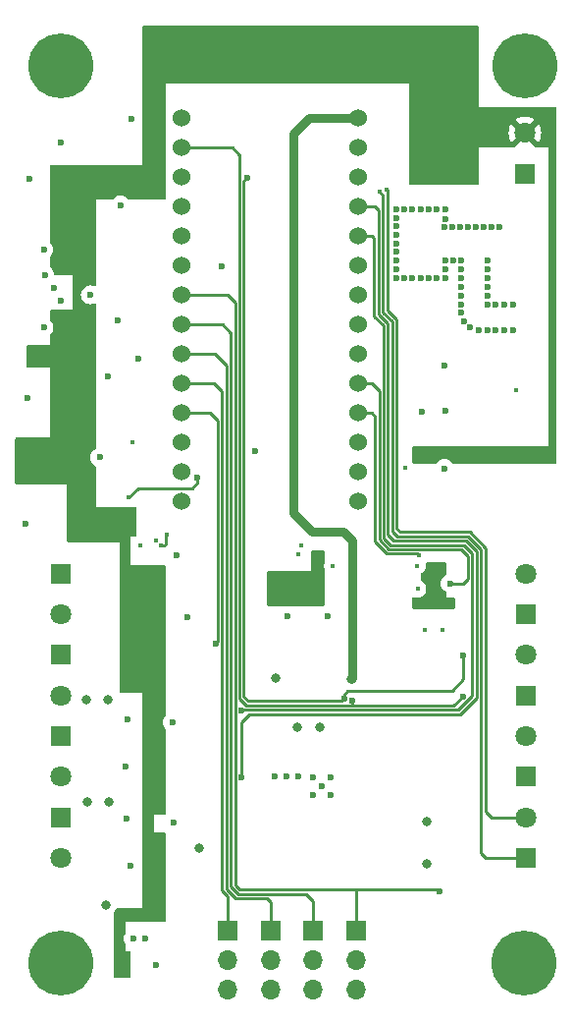
<source format=gbr>
%TF.GenerationSoftware,KiCad,Pcbnew,7.0.5*%
%TF.CreationDate,2023-07-17T20:29:58+05:30*%
%TF.ProjectId,Flight_Computer,466c6967-6874-45f4-936f-6d7075746572,rev?*%
%TF.SameCoordinates,Original*%
%TF.FileFunction,Copper,L3,Inr*%
%TF.FilePolarity,Positive*%
%FSLAX46Y46*%
G04 Gerber Fmt 4.6, Leading zero omitted, Abs format (unit mm)*
G04 Created by KiCad (PCBNEW 7.0.5) date 2023-07-17 20:29:58*
%MOMM*%
%LPD*%
G01*
G04 APERTURE LIST*
%TA.AperFunction,ComponentPad*%
%ADD10C,5.600000*%
%TD*%
%TA.AperFunction,ComponentPad*%
%ADD11R,1.800000X1.800000*%
%TD*%
%TA.AperFunction,ComponentPad*%
%ADD12C,1.800000*%
%TD*%
%TA.AperFunction,ComponentPad*%
%ADD13R,1.700000X1.700000*%
%TD*%
%TA.AperFunction,ComponentPad*%
%ADD14O,1.700000X1.700000*%
%TD*%
%TA.AperFunction,ComponentPad*%
%ADD15C,1.530000*%
%TD*%
%TA.AperFunction,ViaPad*%
%ADD16C,0.800000*%
%TD*%
%TA.AperFunction,ViaPad*%
%ADD17C,0.600000*%
%TD*%
%TA.AperFunction,ViaPad*%
%ADD18C,0.450000*%
%TD*%
%TA.AperFunction,Conductor*%
%ADD19C,0.750000*%
%TD*%
%TA.AperFunction,Conductor*%
%ADD20C,0.250000*%
%TD*%
G04 APERTURE END LIST*
D10*
%TO.N,N/C*%
%TO.C,H2*%
X171000000Y-73000000D03*
%TD*%
D11*
%TO.N,GND*%
%TO.C,J3*%
X171000000Y-82250000D03*
D12*
%TO.N,+3V3*%
X171000000Y-78750000D03*
%TD*%
D11*
%TO.N,GND*%
%TO.C,TM1*%
X130927600Y-116702000D03*
D12*
%TO.N,/BATT*%
X130927600Y-120202000D03*
%TD*%
D11*
%TO.N,+12V*%
%TO.C,TM2*%
X130927600Y-123702000D03*
D12*
%TO.N,/BATT*%
X130927600Y-127202000D03*
%TD*%
D11*
%TO.N,/PyroTechnic_Channels/-*%
%TO.C,TM8*%
X130927600Y-137702000D03*
D12*
%TO.N,/PyroTechnic_Channels/VOUT1*%
X130927600Y-141202000D03*
%TD*%
D10*
%TO.N,N/C*%
%TO.C,H4*%
X130950000Y-150300000D03*
%TD*%
D11*
%TO.N,/PyroTechnic_Channels/-*%
%TO.C,TM3*%
X130927600Y-130702000D03*
D12*
%TO.N,/PyroTechnic_Channels/VOUT2*%
X130927600Y-134202000D03*
%TD*%
D13*
%TO.N,/Peripherals+Outputs/FIN2*%
%TO.C,M3*%
X152744124Y-147485825D03*
D14*
%TO.N,/Peripherals+Outputs/Servo_PWR*%
X152744124Y-150025825D03*
%TO.N,GND*%
X152744124Y-152565825D03*
%TD*%
D13*
%TO.N,/Peripherals+Outputs/FIN1*%
%TO.C,M4*%
X156444124Y-147485825D03*
D14*
%TO.N,/Peripherals+Outputs/Servo_PWR*%
X156444124Y-150025825D03*
%TO.N,GND*%
X156444124Y-152565825D03*
%TD*%
D15*
%TO.N,/Peripherals+Outputs/RX*%
%TO.C,U3*%
X141380000Y-80030000D03*
%TO.N,/Peripherals+Outputs/TX*%
X141380000Y-82570000D03*
%TO.N,/Peripherals+Outputs/NEO-PIX*%
X141380000Y-85110000D03*
%TO.N,/Peripherals+Outputs/Z-*%
X141380000Y-87650000D03*
%TO.N,/Peripherals+Outputs/Z+*%
X141380000Y-90190000D03*
%TO.N,/Peripherals+Outputs/FIN1*%
X141380000Y-92730000D03*
%TO.N,/Peripherals+Outputs/FIN2*%
X141380000Y-95270000D03*
%TO.N,/Peripherals+Outputs/TVCX*%
X141380000Y-97810000D03*
%TO.N,/Peripherals+Outputs/TVCY*%
X141380000Y-100350000D03*
%TO.N,/Proc/Accel_INT*%
X141380000Y-102890000D03*
%TO.N,/Flash_SD_Card/FLASH-CS*%
X141380000Y-105430000D03*
%TO.N,/Flash_SD_Card/MOSI*%
X141380000Y-107970000D03*
%TO.N,/Flash_SD_Card/MISO*%
X141380000Y-110510000D03*
%TO.N,/Flash_SD_Card/SCK*%
X156620000Y-110510000D03*
%TO.N,/Power_Input_Regulator/VOLTAGE*%
X156620000Y-107970000D03*
%TO.N,/Peripherals+Outputs/Buzz*%
X156620000Y-105430000D03*
%TO.N,/Proc/Gyro_INT*%
X156620000Y-102890000D03*
%TO.N,/Proc/Mag_INT*%
X156620000Y-100350000D03*
%TO.N,/GNSS_Radio/SDA*%
X156620000Y-97810000D03*
%TO.N,/GNSS_Radio/SCL*%
X156620000Y-95270000D03*
%TO.N,/Peripherals+Outputs/CS*%
X156620000Y-92730000D03*
%TO.N,/Flash_SD_Card/SD-CS*%
X156620000Y-90190000D03*
%TO.N,/Proc/PY2*%
X156620000Y-87650000D03*
%TO.N,/Proc/PY1*%
X156620000Y-85110000D03*
%TO.N,+3V3*%
X156620000Y-82570000D03*
%TO.N,GND*%
X141380000Y-77490000D03*
X156620000Y-80030000D03*
%TO.N,+5V*%
X156620000Y-77490000D03*
%TD*%
D13*
%TO.N,/Peripherals+Outputs/TVCY*%
%TO.C,M1*%
X145334124Y-147485825D03*
D14*
%TO.N,/Peripherals+Outputs/Servo_PWR*%
X145334124Y-150025825D03*
%TO.N,GND*%
X145334124Y-152565825D03*
%TD*%
D13*
%TO.N,/Peripherals+Outputs/TVCX*%
%TO.C,M2*%
X149034124Y-147485825D03*
D14*
%TO.N,/Peripherals+Outputs/Servo_PWR*%
X149034124Y-150025825D03*
%TO.N,GND*%
X149034124Y-152565825D03*
%TD*%
D10*
%TO.N,N/C*%
%TO.C,H3*%
X170950000Y-150300000D03*
%TD*%
%TO.N,N/C*%
%TO.C,H1*%
X130950000Y-73000000D03*
%TD*%
D11*
%TO.N,GND*%
%TO.C,J6*%
X171125000Y-134202000D03*
D12*
%TO.N,+5V*%
X171125000Y-130702000D03*
%TD*%
D11*
%TO.N,/GNSS_Radio/SCL*%
%TO.C,J2*%
X171125000Y-120202000D03*
D12*
%TO.N,/GNSS_Radio/SDA*%
X171125000Y-116702000D03*
%TD*%
D11*
%TO.N,/Peripherals+Outputs/RX*%
%TO.C,J4*%
X171125000Y-127202000D03*
D12*
%TO.N,/Peripherals+Outputs/TX*%
X171125000Y-123702000D03*
%TD*%
D11*
%TO.N,/Peripherals+Outputs/Z+*%
%TO.C,J1*%
X171125000Y-141202000D03*
D12*
%TO.N,/Peripherals+Outputs/Z-*%
X171125000Y-137702000D03*
%TD*%
D16*
%TO.N,GND*%
X149500000Y-125750000D03*
D17*
X162000000Y-91250000D03*
X159900000Y-85350000D03*
X165500000Y-93500000D03*
X134300000Y-106700000D03*
X165425000Y-86875000D03*
X168500000Y-95750000D03*
X154250000Y-135750000D03*
X140975000Y-115150000D03*
D18*
X170275000Y-100900000D03*
D17*
X137075000Y-77525000D03*
X159900000Y-89000000D03*
X167750000Y-91250000D03*
D16*
X162550000Y-141725000D03*
D17*
X163400000Y-85350000D03*
X135025000Y-99750000D03*
X141850000Y-120475000D03*
X164100000Y-90500000D03*
X170000000Y-95750000D03*
X128100000Y-101600000D03*
D18*
X154400000Y-116025000D03*
D17*
X164075000Y-86875000D03*
X166100000Y-86875000D03*
X153500000Y-135000000D03*
X164100000Y-89750000D03*
X164100000Y-91250000D03*
D18*
X160700000Y-107575000D03*
D17*
X167750000Y-89750000D03*
X161300000Y-91250000D03*
D16*
X133200000Y-136425000D03*
D17*
X165500000Y-94250000D03*
X136625000Y-137850000D03*
X169250000Y-93500000D03*
X159900000Y-91250000D03*
X140650000Y-138150000D03*
X162000000Y-85350000D03*
X170000000Y-93500000D03*
X150500000Y-120350000D03*
X168500000Y-93500000D03*
X152750000Y-134250000D03*
X167750000Y-92000000D03*
X162700000Y-91250000D03*
X136975000Y-141900000D03*
X164075000Y-107650000D03*
X130960000Y-79610000D03*
X139200000Y-150400000D03*
X163400000Y-91250000D03*
X147750000Y-106150000D03*
X167750000Y-95750000D03*
X136525000Y-133350000D03*
D16*
X153275000Y-129976500D03*
D17*
X169250000Y-95750000D03*
X159900000Y-86050000D03*
X166250000Y-95500000D03*
X136075000Y-84950000D03*
X159900000Y-88250000D03*
X159900000Y-90500000D03*
X159900000Y-87500000D03*
X167750000Y-90500000D03*
X165500000Y-91250000D03*
X167000000Y-95750000D03*
X160600000Y-91250000D03*
D16*
X133175000Y-127600000D03*
D17*
X144800000Y-90200000D03*
X165500000Y-89750000D03*
X166775000Y-86875000D03*
X167750000Y-92750000D03*
X159900000Y-89750000D03*
D18*
X151400000Y-115050000D03*
X162325000Y-121525000D03*
D17*
X154250000Y-134250000D03*
X135900000Y-94875000D03*
X133500000Y-92700000D03*
X162700000Y-85350000D03*
X167750000Y-93500000D03*
X164100000Y-86150000D03*
X150404000Y-134200000D03*
X130375000Y-92125000D03*
D16*
X134850000Y-145250000D03*
D17*
X129500000Y-95500000D03*
X140575000Y-129525000D03*
X165500000Y-92000000D03*
X164100000Y-85350000D03*
D18*
X161700000Y-116050000D03*
D17*
X128225000Y-82725000D03*
X168125000Y-86875000D03*
X151400000Y-134200000D03*
X149400000Y-134200000D03*
X165750000Y-95000000D03*
X167450000Y-86875000D03*
D18*
X163850000Y-121550000D03*
D17*
X161300000Y-85350000D03*
X164750000Y-86875000D03*
X159900000Y-86750000D03*
D16*
X162550000Y-138100000D03*
D17*
X165500000Y-90500000D03*
X168800000Y-86875000D03*
X160600000Y-85350000D03*
X165500000Y-92750000D03*
X164800000Y-89750000D03*
X136675000Y-129300000D03*
X127875000Y-112425000D03*
X152750000Y-135750000D03*
D16*
%TO.N,+5V*%
X156000000Y-125798500D03*
D17*
%TO.N,+3V3*%
X161875000Y-82575000D03*
X139450000Y-142375000D03*
D18*
X151950000Y-116775000D03*
D17*
X161775000Y-106500000D03*
X136200000Y-150400000D03*
X138375000Y-120475000D03*
D18*
X153400000Y-115173500D03*
X135300000Y-111650000D03*
X161600000Y-119325000D03*
X164550000Y-119325000D03*
D17*
X139525000Y-133725000D03*
X153975000Y-120350000D03*
X128100000Y-106550000D03*
D18*
X163850000Y-116075000D03*
D17*
X130675000Y-96525000D03*
X130500000Y-89900000D03*
X149850000Y-118600000D03*
X131500000Y-86600000D03*
X130800000Y-107700000D03*
X130850000Y-82625000D03*
X138600000Y-82800000D03*
D16*
%TO.N,+12V*%
X135100000Y-136350000D03*
X135050000Y-127600000D03*
X142870000Y-140360000D03*
X151375000Y-129976500D03*
D18*
%TO.N,Net-(U1-C1)*%
X161750000Y-118025000D03*
D17*
%TO.N,/Flash_SD_Card/FLASH-CS*%
X137675000Y-98225000D03*
%TO.N,/Power_Input_Regulator/VOLTAGE*%
X142725000Y-108450000D03*
D18*
X136830000Y-110176500D03*
D17*
%TO.N,/Flash_SD_Card/MISO*%
X130950000Y-93175000D03*
%TO.N,/Flash_SD_Card/MOSI*%
X129475000Y-88775000D03*
D18*
X137110000Y-105390000D03*
D17*
%TO.N,/Flash_SD_Card/SCK*%
X129575000Y-90975000D03*
%TO.N,Net-(U4-SDA{slash}~{SPI_CS})*%
X164125000Y-102725000D03*
%TO.N,/Peripherals+Outputs/TX*%
X155379973Y-127523480D03*
X147000000Y-82600000D03*
X137200000Y-148150000D03*
X165680000Y-123740000D03*
%TO.N,/Peripherals+Outputs/RX*%
X156115705Y-127700000D03*
X165635030Y-127285030D03*
X138200000Y-148150000D03*
D18*
%TO.N,/Peripherals+Outputs/Z+*%
X158475000Y-83825000D03*
%TO.N,/Peripherals+Outputs/Z-*%
X159050000Y-83675000D03*
D17*
%TO.N,Net-(U4-SCL{slash}SPI_CLK)*%
X162100000Y-102750000D03*
D18*
%TO.N,/GNSS_Radio/SCL*%
X151675000Y-114301500D03*
X140101500Y-113348500D03*
X139626500Y-114325000D03*
X137825000Y-114275000D03*
D17*
%TO.N,/GNSS_Radio/SDA*%
X164050000Y-98775000D03*
D18*
X139150000Y-113825000D03*
D17*
%TO.N,/Peripherals+Outputs/FIN1*%
X163600000Y-144050000D03*
D18*
%TO.N,/Proc/Gyro_INT*%
X161836000Y-115097421D03*
D17*
%TO.N,/Proc/Accel_INT*%
X144305624Y-122725000D03*
%TO.N,/Proc/Mag_INT*%
X164550000Y-117550000D03*
%TO.N,/Proc/PY1*%
X146539144Y-134290000D03*
%TO.N,/Proc/PY2*%
X146539144Y-128526500D03*
%TD*%
D19*
%TO.N,+5V*%
X152600000Y-113100000D02*
X155300000Y-113100000D01*
X150975000Y-78850000D02*
X150975000Y-111475000D01*
X156075000Y-125723500D02*
X156000000Y-125798500D01*
X155300000Y-113100000D02*
X156075000Y-113875000D01*
X156620000Y-77490000D02*
X152335000Y-77490000D01*
X152335000Y-77490000D02*
X150975000Y-78850000D01*
X156075000Y-113875000D02*
X156075000Y-125723500D01*
X150975000Y-111475000D02*
X152600000Y-113100000D01*
D20*
%TO.N,/Power_Input_Regulator/VOLTAGE*%
X142725000Y-108900000D02*
X142725000Y-108450000D01*
X142285000Y-109340000D02*
X142725000Y-108900000D01*
X136830000Y-110176500D02*
X137666500Y-109340000D01*
X137666500Y-109340000D02*
X142285000Y-109340000D01*
%TO.N,/Peripherals+Outputs/TX*%
X155379973Y-127523480D02*
X155379973Y-127120027D01*
X146740684Y-127327526D02*
X146740684Y-82859316D01*
X155379973Y-127120027D02*
X155700000Y-126800000D01*
X146740684Y-82859316D02*
X147000000Y-82600000D01*
X164700000Y-126800000D02*
X165680000Y-125820000D01*
X165680000Y-125820000D02*
X165680000Y-123740000D01*
X155700000Y-126800000D02*
X164700000Y-126800000D01*
X155379973Y-127523480D02*
X155204993Y-127698460D01*
X155204993Y-127698460D02*
X147111618Y-127698460D01*
X147111618Y-127698460D02*
X146740684Y-127327526D01*
%TO.N,/Peripherals+Outputs/RX*%
X156115705Y-128069275D02*
X156110000Y-128074980D01*
X156115705Y-127700000D02*
X156115705Y-128069275D01*
X141380000Y-80030000D02*
X145730000Y-80030000D01*
X145730000Y-80030000D02*
X146364164Y-80664164D01*
X146364164Y-127484164D02*
X146954980Y-128074980D01*
X146954980Y-128074980D02*
X156110000Y-128074980D01*
X146364164Y-80664164D02*
X146364164Y-127484164D01*
X164845080Y-128074980D02*
X156110000Y-128074980D01*
X165635030Y-127285030D02*
X164845080Y-128074980D01*
%TO.N,/Peripherals+Outputs/Z+*%
X159558000Y-95008524D02*
X159558000Y-113058000D01*
X167227000Y-140827000D02*
X167602000Y-141202000D01*
X167602000Y-141202000D02*
X171125000Y-141202000D01*
X158754000Y-84104000D02*
X158754000Y-94204524D01*
X158475000Y-83825000D02*
X158754000Y-84104000D01*
X159989921Y-113489921D02*
X166063869Y-113489921D01*
X159558000Y-113058000D02*
X159989921Y-113489921D01*
X166063869Y-113489921D02*
X167227000Y-114653052D01*
X167227000Y-114653052D02*
X167227000Y-140827000D01*
X158754000Y-94204524D02*
X159558000Y-95008524D01*
%TO.N,/Peripherals+Outputs/Z-*%
X168102000Y-137702000D02*
X167604000Y-137204000D01*
X166220027Y-113112921D02*
X160237921Y-113112921D01*
X159131000Y-83756000D02*
X159050000Y-83675000D01*
X159050000Y-83675000D02*
X159133502Y-83675000D01*
X167604000Y-137204000D02*
X167604000Y-114496894D01*
X167604000Y-114496894D02*
X166220027Y-113112921D01*
X159935000Y-94852366D02*
X159131000Y-94048366D01*
X159935000Y-112810000D02*
X159935000Y-94852366D01*
X171125000Y-137702000D02*
X168102000Y-137702000D01*
X160237921Y-113112921D02*
X159935000Y-112810000D01*
X159131000Y-94048366D02*
X159131000Y-83756000D01*
%TO.N,/Peripherals+Outputs/TVCX*%
X146050000Y-144700000D02*
X145233644Y-143883644D01*
X145233644Y-143883644D02*
X145233644Y-98759604D01*
X149034124Y-147485825D02*
X149034124Y-145034124D01*
X148700000Y-144700000D02*
X146050000Y-144700000D01*
X149034124Y-145034124D02*
X148700000Y-144700000D01*
X145233644Y-98759604D02*
X145234124Y-98759124D01*
X144285000Y-97810000D02*
X141380000Y-97810000D01*
X145234124Y-98759124D02*
X144285000Y-97810000D01*
%TO.N,/Peripherals+Outputs/TVCY*%
X144857124Y-144039604D02*
X145334124Y-144516604D01*
X144200000Y-100350000D02*
X144857124Y-101007124D01*
X141380000Y-100350000D02*
X144200000Y-100350000D01*
X145334124Y-144516604D02*
X145334124Y-147485825D01*
X144857124Y-101007124D02*
X144857124Y-144039604D01*
%TO.N,/GNSS_Radio/SCL*%
X140025000Y-113425000D02*
X140101500Y-113348500D01*
X139626500Y-114325000D02*
X139875000Y-114325000D01*
X139875000Y-114325000D02*
X140025000Y-114175000D01*
X140025000Y-114175000D02*
X140025000Y-113425000D01*
%TO.N,/Peripherals+Outputs/FIN1*%
X154250000Y-143950000D02*
X156450000Y-143950000D01*
X154246960Y-143946960D02*
X154250000Y-143950000D01*
X145987644Y-143537644D02*
X146396960Y-143946960D01*
X156444124Y-143955876D02*
X156444124Y-147485825D01*
X156450000Y-143950000D02*
X163500000Y-143950000D01*
X145987644Y-93387644D02*
X145987644Y-143537644D01*
X145330000Y-92730000D02*
X145987644Y-93387644D01*
X141380000Y-92730000D02*
X145330000Y-92730000D01*
X156450000Y-143950000D02*
X156444124Y-143955876D01*
X146396960Y-143946960D02*
X154246960Y-143946960D01*
X163500000Y-143950000D02*
X163600000Y-144050000D01*
%TO.N,/Peripherals+Outputs/FIN2*%
X152744124Y-147485825D02*
X152744124Y-144944124D01*
X146241000Y-144323480D02*
X145611124Y-143693604D01*
X145611124Y-143693604D02*
X145611124Y-95986124D01*
X144895000Y-95270000D02*
X141380000Y-95270000D01*
X152123480Y-144323480D02*
X146241000Y-144323480D01*
X145611124Y-95986124D02*
X144895000Y-95270000D01*
X152744124Y-144944124D02*
X152123480Y-144323480D01*
%TO.N,/Proc/Gyro_INT*%
X159075000Y-115000000D02*
X158050000Y-113975000D01*
X157765000Y-102890000D02*
X156620000Y-102890000D01*
X158050000Y-113975000D02*
X158050000Y-103175000D01*
X161836000Y-115097421D02*
X161738579Y-115000000D01*
X161738579Y-115000000D02*
X159075000Y-115000000D01*
X158050000Y-103175000D02*
X157765000Y-102890000D01*
%TO.N,/Proc/Accel_INT*%
X144480124Y-103555124D02*
X144480124Y-122550500D01*
X141380000Y-102890000D02*
X143815000Y-102890000D01*
X144480124Y-122550500D02*
X144305624Y-122725000D01*
X143815000Y-102890000D02*
X144480124Y-103555124D01*
%TO.N,/Proc/Mag_INT*%
X166075000Y-115200000D02*
X166075000Y-117175000D01*
X158427000Y-101002000D02*
X158427000Y-113818842D01*
X165650000Y-117600000D02*
X164600000Y-117600000D01*
X157775000Y-100350000D02*
X158427000Y-101002000D01*
X166075000Y-117175000D02*
X165650000Y-117600000D01*
X164600000Y-117600000D02*
X164550000Y-117550000D01*
X165495921Y-114620921D02*
X166075000Y-115200000D01*
X159229079Y-114620921D02*
X165495921Y-114620921D01*
X156620000Y-100350000D02*
X157775000Y-100350000D01*
X158427000Y-113818842D02*
X159229079Y-114620921D01*
%TO.N,/Proc/PY1*%
X166850000Y-114809210D02*
X165907711Y-113866921D01*
X158377000Y-85427000D02*
X158060000Y-85110000D01*
X146539144Y-134290000D02*
X146539144Y-129535856D01*
X158060000Y-85110000D02*
X156620000Y-85110000D01*
X147246500Y-128828500D02*
X165404658Y-128828500D01*
X158377000Y-94360682D02*
X158377000Y-85427000D01*
X146539144Y-129535856D02*
X147246500Y-128828500D01*
X159181000Y-95164682D02*
X158377000Y-94360682D01*
X165404658Y-128828500D02*
X166850000Y-127383158D01*
X159666921Y-113866921D02*
X159181000Y-113381000D01*
X166850000Y-127383158D02*
X166850000Y-114809210D01*
X165907711Y-113866921D02*
X159666921Y-113866921D01*
X159181000Y-113381000D02*
X159181000Y-95164682D01*
%TO.N,/Proc/PY2*%
X157825000Y-87650000D02*
X156620000Y-87650000D01*
X165751553Y-114243921D02*
X159385237Y-114243921D01*
X159385237Y-114243921D02*
X158804000Y-113662684D01*
X158804000Y-95320841D02*
X158000000Y-94516841D01*
X158000000Y-94516841D02*
X158000000Y-87825000D01*
X165248500Y-128451500D02*
X166452000Y-127248000D01*
X166452000Y-114944368D02*
X165751553Y-114243921D01*
X158804000Y-113662684D02*
X158804000Y-95320841D01*
X166452000Y-127248000D02*
X166452000Y-114944368D01*
X146539144Y-128526500D02*
X146614144Y-128451500D01*
X146614144Y-128451500D02*
X165248500Y-128451500D01*
X158000000Y-87825000D02*
X157825000Y-87650000D01*
%TD*%
%TA.AperFunction,Conductor*%
%TO.N,+3V3*%
G36*
X153692121Y-114770002D02*
G01*
X153738614Y-114823658D01*
X153750000Y-114876000D01*
X153750000Y-115644738D01*
X153737526Y-115699400D01*
X153734957Y-115704734D01*
X153712248Y-115769634D01*
X153680366Y-115860748D01*
X153661859Y-116025000D01*
X153680366Y-116189252D01*
X153680367Y-116189254D01*
X153734956Y-116345263D01*
X153737524Y-116350595D01*
X153750000Y-116405261D01*
X153750000Y-119374000D01*
X153729998Y-119442121D01*
X153676342Y-119488614D01*
X153624000Y-119500000D01*
X148876000Y-119500000D01*
X148807879Y-119479998D01*
X148761386Y-119426342D01*
X148750000Y-119374000D01*
X148750000Y-116626000D01*
X148770002Y-116557879D01*
X148823658Y-116511386D01*
X148876000Y-116500000D01*
X152500000Y-116500000D01*
X152500000Y-114876000D01*
X152520002Y-114807879D01*
X152573658Y-114761386D01*
X152626000Y-114750000D01*
X153624000Y-114750000D01*
X153692121Y-114770002D01*
G37*
%TD.AperFunction*%
%TD*%
%TA.AperFunction,Conductor*%
%TO.N,+3V3*%
G36*
X134000000Y-84500000D02*
G01*
X133999999Y-91840808D01*
X133979997Y-91908929D01*
X133926341Y-91955422D01*
X133856067Y-91965525D01*
X133832385Y-91959738D01*
X133681047Y-91906783D01*
X133500000Y-91886384D01*
X133318953Y-91906783D01*
X133318950Y-91906783D01*
X133318949Y-91906784D01*
X133146984Y-91966957D01*
X133146981Y-91966958D01*
X132992720Y-92063887D01*
X132992718Y-92063888D01*
X132863888Y-92192718D01*
X132863887Y-92192720D01*
X132766958Y-92346981D01*
X132766957Y-92346984D01*
X132721108Y-92478015D01*
X132706783Y-92518953D01*
X132686384Y-92700000D01*
X132706783Y-92881047D01*
X132706783Y-92881049D01*
X132706784Y-92881050D01*
X132766957Y-93053015D01*
X132766958Y-93053018D01*
X132863887Y-93207279D01*
X132863888Y-93207281D01*
X132992718Y-93336111D01*
X132992720Y-93336112D01*
X133146981Y-93433041D01*
X133146982Y-93433041D01*
X133146985Y-93433043D01*
X133318953Y-93493217D01*
X133500000Y-93513616D01*
X133681047Y-93493217D01*
X133832384Y-93440261D01*
X133903288Y-93436642D01*
X133964893Y-93471932D01*
X133997640Y-93534925D01*
X133999999Y-93559191D01*
X133999999Y-105864007D01*
X133979997Y-105932128D01*
X133941035Y-105970694D01*
X133792720Y-106063887D01*
X133792718Y-106063888D01*
X133663888Y-106192718D01*
X133663887Y-106192720D01*
X133566958Y-106346981D01*
X133566957Y-106346984D01*
X133566957Y-106346985D01*
X133506783Y-106518953D01*
X133486384Y-106700000D01*
X133506783Y-106881047D01*
X133506783Y-106881049D01*
X133506784Y-106881050D01*
X133566957Y-107053015D01*
X133566958Y-107053018D01*
X133663887Y-107207279D01*
X133663888Y-107207281D01*
X133792718Y-107336111D01*
X133792720Y-107336112D01*
X133941036Y-107429305D01*
X133988074Y-107482483D01*
X134000000Y-107535992D01*
X134000000Y-109000000D01*
X127128296Y-109000000D01*
X127060175Y-108979998D01*
X127013682Y-108926342D01*
X127002296Y-108873919D01*
X127004720Y-105125919D01*
X127024766Y-105057811D01*
X127078452Y-105011353D01*
X127130720Y-105000000D01*
X130000000Y-105000000D01*
X130000000Y-99000000D01*
X128126000Y-99000000D01*
X128057879Y-98979998D01*
X128011386Y-98926342D01*
X128000000Y-98874000D01*
X128000000Y-97126000D01*
X128020002Y-97057879D01*
X128073658Y-97011386D01*
X128126000Y-97000000D01*
X130000000Y-97000000D01*
X130000000Y-96195583D01*
X130020002Y-96127462D01*
X130036905Y-96106488D01*
X130136111Y-96007281D01*
X130136112Y-96007279D01*
X130233041Y-95853018D01*
X130233040Y-95853018D01*
X130233043Y-95853015D01*
X130293217Y-95681047D01*
X130313616Y-95500000D01*
X130293217Y-95318953D01*
X130233043Y-95146985D01*
X130233041Y-95146982D01*
X130233041Y-95146981D01*
X130136112Y-94992720D01*
X130136111Y-94992718D01*
X130036905Y-94893512D01*
X130002879Y-94831200D01*
X130000000Y-94804417D01*
X130000000Y-94126000D01*
X130020002Y-94057879D01*
X130073658Y-94011386D01*
X130126000Y-94000000D01*
X132000000Y-94000000D01*
X132000000Y-91000000D01*
X130504033Y-91000000D01*
X130435912Y-90979998D01*
X130389419Y-90926342D01*
X130378826Y-90888112D01*
X130368217Y-90793953D01*
X130308043Y-90621985D01*
X130308041Y-90621982D01*
X130308041Y-90621981D01*
X130211112Y-90467720D01*
X130211111Y-90467718D01*
X130082281Y-90338888D01*
X130058963Y-90324237D01*
X130011925Y-90271059D01*
X130000000Y-90217554D01*
X130000000Y-89445578D01*
X130020001Y-89377461D01*
X130036896Y-89356495D01*
X130111111Y-89282281D01*
X130208043Y-89128015D01*
X130268217Y-88956047D01*
X130288616Y-88775000D01*
X130268217Y-88593953D01*
X130208043Y-88421985D01*
X130208041Y-88421982D01*
X130208041Y-88421981D01*
X130111112Y-88267720D01*
X130111111Y-88267718D01*
X130036905Y-88193512D01*
X130002879Y-88131200D01*
X130000000Y-88104417D01*
X130000000Y-82000000D01*
X134000000Y-82000000D01*
X134000000Y-84500000D01*
G37*
%TD.AperFunction*%
%TD*%
%TA.AperFunction,Conductor*%
%TO.N,+3V3*%
G36*
X164192121Y-115770002D02*
G01*
X164238614Y-115823658D01*
X164250000Y-115876000D01*
X164250000Y-116714007D01*
X164229998Y-116782128D01*
X164191036Y-116820694D01*
X164042720Y-116913887D01*
X164042718Y-116913888D01*
X163913888Y-117042718D01*
X163913887Y-117042720D01*
X163816958Y-117196981D01*
X163816957Y-117196984D01*
X163761715Y-117354859D01*
X163756783Y-117368953D01*
X163736384Y-117550000D01*
X163756783Y-117731047D01*
X163756783Y-117731049D01*
X163756784Y-117731050D01*
X163816957Y-117903015D01*
X163816958Y-117903018D01*
X163913887Y-118057279D01*
X163913888Y-118057281D01*
X164042718Y-118186111D01*
X164042720Y-118186112D01*
X164191036Y-118279305D01*
X164238074Y-118332483D01*
X164250000Y-118385991D01*
X164250000Y-118750000D01*
X164874000Y-118750000D01*
X164942121Y-118770002D01*
X164988614Y-118823658D01*
X165000000Y-118876000D01*
X165000000Y-119624000D01*
X164979998Y-119692121D01*
X164926342Y-119738614D01*
X164874000Y-119750000D01*
X161376000Y-119750000D01*
X161307879Y-119729998D01*
X161261386Y-119676342D01*
X161250000Y-119624000D01*
X161250000Y-118876000D01*
X161270002Y-118807879D01*
X161323658Y-118761386D01*
X161376000Y-118750000D01*
X161629828Y-118750000D01*
X161636885Y-118750395D01*
X161750000Y-118763141D01*
X161863114Y-118750395D01*
X161870172Y-118750000D01*
X161999999Y-118750000D01*
X162000000Y-118750000D01*
X162000000Y-118749998D01*
X162035237Y-118714760D01*
X162064427Y-118694049D01*
X162064275Y-118693807D01*
X162068589Y-118691095D01*
X162069672Y-118690328D01*
X162070255Y-118690046D01*
X162070267Y-118690042D01*
X162210223Y-118602102D01*
X162327102Y-118485223D01*
X162415042Y-118345267D01*
X162469634Y-118189252D01*
X162488141Y-118025000D01*
X162469634Y-117860748D01*
X162415042Y-117704733D01*
X162374427Y-117640094D01*
X162327102Y-117564776D01*
X162210223Y-117447897D01*
X162064276Y-117356193D01*
X162065113Y-117354859D01*
X162018630Y-117312885D01*
X162000000Y-117246950D01*
X162000000Y-116797411D01*
X162020001Y-116729294D01*
X162058963Y-116690728D01*
X162160223Y-116627102D01*
X162277102Y-116510223D01*
X162277102Y-116510222D01*
X162365042Y-116370267D01*
X162419634Y-116214252D01*
X162438141Y-116050000D01*
X162420125Y-115890107D01*
X162432374Y-115820176D01*
X162480487Y-115767968D01*
X162545333Y-115750000D01*
X164124000Y-115750000D01*
X164192121Y-115770002D01*
G37*
%TD.AperFunction*%
%TD*%
%TA.AperFunction,Conductor*%
%TO.N,+3V3*%
G36*
X166942121Y-69520002D02*
G01*
X166988614Y-69573658D01*
X167000000Y-69626000D01*
X167000000Y-76500000D01*
X172920345Y-76500000D01*
X172988466Y-76520002D01*
X172998374Y-76527836D01*
X173000000Y-76527775D01*
X173000000Y-80000000D01*
X171929828Y-80000000D01*
X171861707Y-79979998D01*
X171815214Y-79926342D01*
X171814778Y-79923989D01*
X171205219Y-79314430D01*
X171302588Y-79274099D01*
X171427925Y-79177925D01*
X171524099Y-79052589D01*
X171564430Y-78955219D01*
X172159203Y-79549991D01*
X172242544Y-79422427D01*
X172336273Y-79208747D01*
X172336275Y-79208743D01*
X172393555Y-78982549D01*
X172412825Y-78750000D01*
X172393555Y-78517450D01*
X172336275Y-78291256D01*
X172336273Y-78291252D01*
X172242547Y-78077578D01*
X172242540Y-78077566D01*
X172159202Y-77950007D01*
X171564429Y-78544779D01*
X171524099Y-78447412D01*
X171427925Y-78322075D01*
X171302588Y-78225901D01*
X171205219Y-78185569D01*
X171801318Y-77589470D01*
X171772743Y-77567229D01*
X171772741Y-77567228D01*
X171567525Y-77456172D01*
X171567522Y-77456170D01*
X171346832Y-77380407D01*
X171346823Y-77380405D01*
X171116666Y-77342000D01*
X170883334Y-77342000D01*
X170653176Y-77380405D01*
X170653167Y-77380407D01*
X170432477Y-77456170D01*
X170432474Y-77456172D01*
X170227259Y-77567227D01*
X170198681Y-77589470D01*
X170198680Y-77589470D01*
X170794780Y-78185570D01*
X170697412Y-78225901D01*
X170572075Y-78322075D01*
X170475901Y-78447411D01*
X170435570Y-78544779D01*
X169840796Y-77950006D01*
X169840795Y-77950007D01*
X169757461Y-78077560D01*
X169757454Y-78077574D01*
X169663726Y-78291252D01*
X169663724Y-78291256D01*
X169606444Y-78517450D01*
X169587174Y-78750000D01*
X169606444Y-78982549D01*
X169663724Y-79208743D01*
X169663726Y-79208747D01*
X169757454Y-79422425D01*
X169757461Y-79422439D01*
X169840795Y-79549991D01*
X169840796Y-79549991D01*
X170435569Y-78955218D01*
X170475901Y-79052588D01*
X170572075Y-79177925D01*
X170697412Y-79274099D01*
X170794779Y-79314429D01*
X170182069Y-79927139D01*
X170180187Y-79935420D01*
X170129517Y-79985149D01*
X170070171Y-80000000D01*
X167000000Y-80000000D01*
X167000000Y-83124000D01*
X166979998Y-83192121D01*
X166926342Y-83238614D01*
X166874000Y-83250000D01*
X161126000Y-83250000D01*
X161057879Y-83229998D01*
X161011386Y-83176342D01*
X161000000Y-83124000D01*
X161000000Y-74500000D01*
X140000000Y-74500000D01*
X140000000Y-84374000D01*
X139979998Y-84442121D01*
X139926342Y-84488614D01*
X139874000Y-84500000D01*
X136816741Y-84500000D01*
X136748620Y-84479998D01*
X136716457Y-84447505D01*
X136715523Y-84448251D01*
X136711109Y-84442716D01*
X136582281Y-84313888D01*
X136582279Y-84313887D01*
X136428018Y-84216958D01*
X136428015Y-84216957D01*
X136256050Y-84156784D01*
X136256049Y-84156783D01*
X136256047Y-84156783D01*
X136075000Y-84136384D01*
X135893953Y-84156783D01*
X135893950Y-84156783D01*
X135893949Y-84156784D01*
X135721984Y-84216957D01*
X135721981Y-84216958D01*
X135567720Y-84313887D01*
X135567718Y-84313888D01*
X135438890Y-84442716D01*
X135434477Y-84448251D01*
X135433064Y-84447124D01*
X135386766Y-84488075D01*
X135333259Y-84500000D01*
X130000000Y-84500000D01*
X130000000Y-81626000D01*
X130020002Y-81557879D01*
X130073658Y-81511386D01*
X130126000Y-81500000D01*
X138000000Y-81500000D01*
X138000000Y-69626000D01*
X138020002Y-69557879D01*
X138073658Y-69511386D01*
X138126000Y-69500000D01*
X166874000Y-69500000D01*
X166942121Y-69520002D01*
G37*
%TD.AperFunction*%
%TD*%
%TA.AperFunction,Conductor*%
%TO.N,+3V3*%
G36*
X140000000Y-128904417D02*
G01*
X139979998Y-128972538D01*
X139963097Y-128993511D01*
X139938886Y-129017722D01*
X139841958Y-129171982D01*
X139841957Y-129171984D01*
X139797163Y-129300000D01*
X139781783Y-129343953D01*
X139761384Y-129525000D01*
X139781783Y-129706047D01*
X139781783Y-129706049D01*
X139781784Y-129706050D01*
X139841957Y-129878015D01*
X139841958Y-129878018D01*
X139938885Y-130032277D01*
X139938888Y-130032280D01*
X139938889Y-130032281D01*
X139963095Y-130056487D01*
X139997120Y-130118797D01*
X140000000Y-130145582D01*
X140000000Y-137374000D01*
X139979998Y-137442121D01*
X139926342Y-137488614D01*
X139874000Y-137500000D01*
X139000000Y-137500000D01*
X139000000Y-139000000D01*
X139874000Y-139000000D01*
X139942121Y-139020002D01*
X139988614Y-139073658D01*
X140000000Y-139126000D01*
X140000000Y-145500000D01*
X138000000Y-145500000D01*
X138000000Y-127000000D01*
X136126000Y-127000000D01*
X136057879Y-126979998D01*
X136011386Y-126926342D01*
X136000000Y-126874000D01*
X136000000Y-118000000D01*
X140000000Y-118000000D01*
X140000000Y-128904417D01*
G37*
%TD.AperFunction*%
%TD*%
%TA.AperFunction,Conductor*%
%TO.N,+3V3*%
G36*
X173750000Y-107124000D02*
G01*
X173729998Y-107192121D01*
X173676342Y-107238614D01*
X173624000Y-107250000D01*
X172500000Y-107250000D01*
X164848158Y-107250000D01*
X164780037Y-107229998D01*
X164741471Y-107191036D01*
X164711111Y-107142718D01*
X164582281Y-107013888D01*
X164582279Y-107013887D01*
X164428018Y-106916958D01*
X164428015Y-106916957D01*
X164256050Y-106856784D01*
X164256049Y-106856783D01*
X164256047Y-106856783D01*
X164075000Y-106836384D01*
X163893953Y-106856783D01*
X163893950Y-106856783D01*
X163893949Y-106856784D01*
X163721984Y-106916957D01*
X163721981Y-106916958D01*
X163567720Y-107013887D01*
X163567718Y-107013888D01*
X163438888Y-107142718D01*
X163408529Y-107191036D01*
X163355351Y-107238074D01*
X163301842Y-107250000D01*
X161431706Y-107250000D01*
X161363585Y-107229998D01*
X161325019Y-107191036D01*
X161273338Y-107108786D01*
X161274535Y-107108033D01*
X161250654Y-107049522D01*
X161250000Y-107036702D01*
X161250000Y-105876000D01*
X161270002Y-105807879D01*
X161323658Y-105761386D01*
X161376000Y-105750000D01*
X173000000Y-105750000D01*
X173750000Y-105750000D01*
X173750000Y-107124000D01*
G37*
%TD.AperFunction*%
%TD*%
%TA.AperFunction,Conductor*%
%TO.N,+3V3*%
G36*
X133506783Y-106518953D02*
G01*
X133486384Y-106700000D01*
X133506783Y-106881047D01*
X133506783Y-106881049D01*
X133506784Y-106881050D01*
X133566957Y-107053015D01*
X133566958Y-107053018D01*
X133663887Y-107207279D01*
X133663888Y-107207281D01*
X133792718Y-107336111D01*
X133792720Y-107336112D01*
X133941036Y-107429305D01*
X133988074Y-107482483D01*
X134000000Y-107535992D01*
X134000000Y-111000000D01*
X137374000Y-111000000D01*
X137442121Y-111020002D01*
X137488614Y-111073658D01*
X137500000Y-111126000D01*
X137500000Y-113374000D01*
X137479998Y-113442121D01*
X137426342Y-113488614D01*
X137374000Y-113500000D01*
X137000000Y-113500000D01*
X137000000Y-115000000D01*
X137000000Y-116000000D01*
X137500000Y-116000000D01*
X139874000Y-116000000D01*
X139942121Y-116020002D01*
X139988614Y-116073658D01*
X140000000Y-116125999D01*
X140000000Y-121500000D01*
X136000000Y-121500000D01*
X136000000Y-114000000D01*
X131626000Y-114000000D01*
X131557879Y-113979998D01*
X131511386Y-113926342D01*
X131500000Y-113874000D01*
X131500000Y-109000000D01*
X131500000Y-106500000D01*
X133513415Y-106500000D01*
X133506783Y-106518953D01*
G37*
%TD.AperFunction*%
%TD*%
%TA.AperFunction,Conductor*%
%TO.N,+3V3*%
G36*
X173688151Y-76522306D02*
G01*
X173736598Y-76574205D01*
X173750000Y-76630753D01*
X173750000Y-107124000D01*
X173729998Y-107192121D01*
X173676342Y-107238614D01*
X173624000Y-107250000D01*
X172500000Y-107250000D01*
X172500000Y-105750000D01*
X173000000Y-105750000D01*
X173000000Y-100000000D01*
X173000000Y-80000000D01*
X171929828Y-80000000D01*
X171861707Y-79979998D01*
X171815214Y-79926342D01*
X171814778Y-79923989D01*
X171205219Y-79314430D01*
X171302588Y-79274099D01*
X171427925Y-79177925D01*
X171524099Y-79052589D01*
X171564430Y-78955219D01*
X172159203Y-79549991D01*
X172242544Y-79422427D01*
X172336273Y-79208747D01*
X172336275Y-79208743D01*
X172393555Y-78982549D01*
X172412825Y-78750000D01*
X172393555Y-78517450D01*
X172336275Y-78291256D01*
X172336273Y-78291252D01*
X172242547Y-78077578D01*
X172242540Y-78077566D01*
X172159202Y-77950007D01*
X171564429Y-78544779D01*
X171524099Y-78447412D01*
X171427925Y-78322075D01*
X171302588Y-78225901D01*
X171205219Y-78185569D01*
X171801318Y-77589470D01*
X171772743Y-77567229D01*
X171772741Y-77567228D01*
X171567525Y-77456172D01*
X171567522Y-77456170D01*
X171346832Y-77380407D01*
X171346823Y-77380405D01*
X171116666Y-77342000D01*
X170883334Y-77342000D01*
X170653176Y-77380405D01*
X170653167Y-77380407D01*
X170432477Y-77456170D01*
X170432474Y-77456172D01*
X170227259Y-77567227D01*
X170198681Y-77589470D01*
X170198680Y-77589470D01*
X170794780Y-78185570D01*
X170697412Y-78225901D01*
X170572075Y-78322075D01*
X170475901Y-78447411D01*
X170435570Y-78544779D01*
X169840796Y-77950006D01*
X169840795Y-77950007D01*
X169757461Y-78077560D01*
X169757454Y-78077574D01*
X169663726Y-78291252D01*
X169663724Y-78291256D01*
X169606444Y-78517450D01*
X169587174Y-78750000D01*
X169606444Y-78982549D01*
X169663724Y-79208743D01*
X169663726Y-79208747D01*
X169757454Y-79422425D01*
X169757461Y-79422439D01*
X169840795Y-79549991D01*
X169840796Y-79549991D01*
X170435569Y-78955218D01*
X170475901Y-79052588D01*
X170572075Y-79177925D01*
X170697412Y-79274099D01*
X170794779Y-79314429D01*
X170182069Y-79927139D01*
X170180187Y-79935420D01*
X170129517Y-79985149D01*
X170070171Y-80000000D01*
X167000000Y-80000000D01*
X167000000Y-76750000D01*
X173619338Y-76504839D01*
X173688151Y-76522306D01*
G37*
%TD.AperFunction*%
%TD*%
%TA.AperFunction,Conductor*%
%TO.N,+3V3*%
G36*
X140000000Y-146626000D02*
G01*
X139980315Y-146693039D01*
X139927511Y-146738794D01*
X139876000Y-146750000D01*
X136500000Y-146750000D01*
X136500000Y-147708673D01*
X136480995Y-147774644D01*
X136466957Y-147796985D01*
X136406782Y-147968953D01*
X136406781Y-147968958D01*
X136386384Y-148149996D01*
X136386384Y-148150003D01*
X136406781Y-148331041D01*
X136406783Y-148331049D01*
X136466955Y-148503012D01*
X136466957Y-148503015D01*
X136480993Y-148525354D01*
X136500000Y-148591324D01*
X136500000Y-149250000D01*
X136876000Y-149250000D01*
X136943039Y-149269685D01*
X136988794Y-149322489D01*
X137000000Y-149374000D01*
X137000000Y-151376000D01*
X136980315Y-151443039D01*
X136927511Y-151488794D01*
X136876000Y-151500000D01*
X135624000Y-151500000D01*
X135556961Y-151480315D01*
X135511206Y-151427511D01*
X135500000Y-151376000D01*
X135500000Y-145933431D01*
X135519685Y-145866392D01*
X135531846Y-145850463D01*
X135589040Y-145786944D01*
X135684527Y-145621556D01*
X135696182Y-145585683D01*
X135735619Y-145528007D01*
X135799978Y-145500808D01*
X135814114Y-145500000D01*
X138000000Y-145500000D01*
X140000000Y-145500000D01*
X140000000Y-146626000D01*
G37*
%TD.AperFunction*%
%TD*%
M02*

</source>
